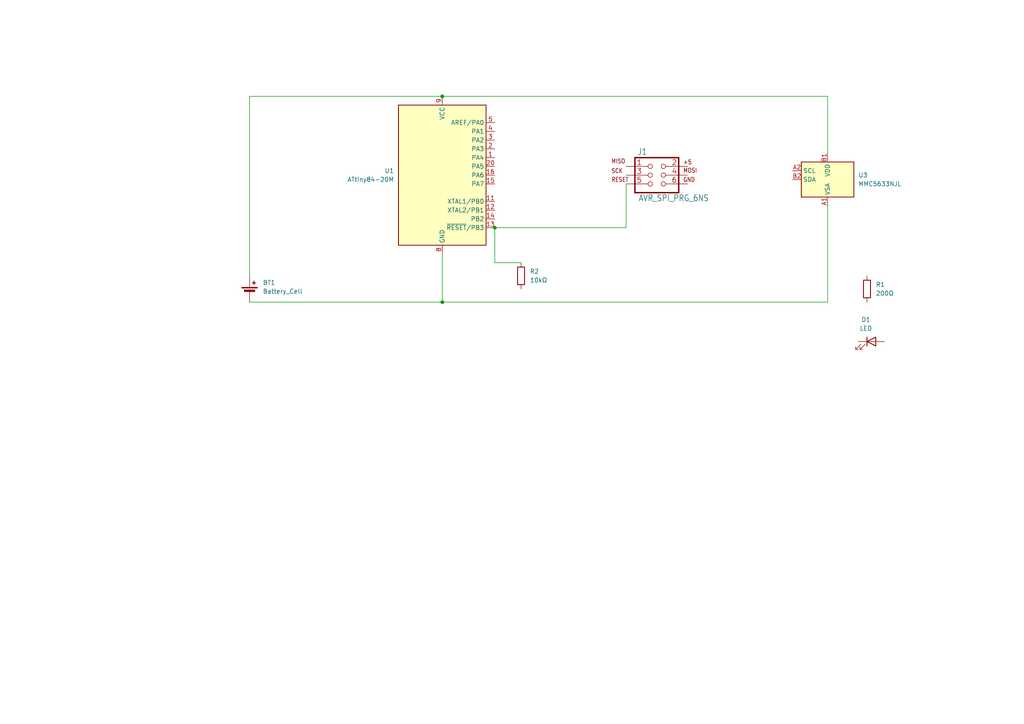
<source format=kicad_sch>
(kicad_sch (version 20250114) (generator "eeschema") (generator_version "9.0")
  (paper "A4")
  (lib_symbols
    (symbol "Device:Battery_Cell" (pin_numbers (hide yes)) (pin_names (offset 0) (hide yes))
      (property "Reference" "BT" (at 2.54 2.54 0))
      (property "Value" "Battery_Cell" (at 2.54 0 0))
      (symbol "Battery_Cell_0_1"
        (rectangle (start -2.286 1.778) (end 2.286 1.524) (fill (type outline)))
        (rectangle (start -1.524 1.016) (end 1.524 0.508) (fill (type outline)))
        (polyline (pts (xy 0 1.778) (xy 0 2.54)))
        (polyline (pts (xy 0 0.762) (xy 0 0)))
        (polyline (pts (xy 0.762 3.048) (xy 1.778 3.048)) (stroke (width 0.254)))
        (polyline (pts (xy 1.27 3.556) (xy 1.27 2.54)) (stroke (width 0.254)))
      )
      (symbol "Battery_Cell_1_1"
        (pin passive line (at 0 5.08 270) (length 2.54) (name "+") (number "1"))
        (pin passive line (at 0 -2.54 90) (length 2.54) (name "-") (number "2"))
      )
    )
    (symbol "Device:LED" (pin_numbers (hide yes)) (pin_names (offset 1.016) (hide yes))
      (property "Reference" "D" (at 0 2.54 0))
      (property "Value" "LED" (at 0 -2.54 0))
      (symbol "LED_0_1"
        (polyline (pts (xy -3.048 -0.762) (xy -4.572 -2.286) (xy -3.81 -2.286) (xy -4.572 -2.286) (xy -4.572 -1.524)))
        (polyline (pts (xy -1.778 -0.762) (xy -3.302 -2.286) (xy -2.54 -2.286) (xy -3.302 -2.286) (xy -3.302 -1.524)))
        (polyline (pts (xy -1.27 0) (xy 1.27 0)))
        (polyline (pts (xy -1.27 -1.27) (xy -1.27 1.27)) (stroke (width 0.254)))
        (polyline (pts (xy 1.27 -1.27) (xy 1.27 1.27) (xy -1.27 0) (xy 1.27 -1.27)) (stroke (width 0.254)))
      )
      (symbol "LED_1_1"
        (pin passive line (at -3.81 0 0) (length 2.54) (name "K") (number "1"))
        (pin passive line (at 3.81 0 180) (length 2.54) (name "A") (number "2"))
      )
    )
    (symbol "Device:R" (pin_numbers (hide yes)) (pin_names (offset 0))
      (property "Reference" "R" (at 2.032 0 90))
      (property "Value" "R" (at 0 0 90))
      (symbol "R_0_1"
        (rectangle (start -1.016 -2.54) (end 1.016 2.54) (stroke (width 0.254)))
      )
      (symbol "R_1_1"
        (pin passive line (at 0 3.81 270) (length 1.27) (name "~") (number "1"))
        (pin passive line (at 0 -3.81 90) (length 1.27) (name "~") (number "2"))
      )
    )
    (symbol "KeyChaininoTHT-eagle-import:AVR_SPI_PRG_6NS"
      (property "Reference" "J" (at -4.318 5.842 0))
      (symbol "AVR_SPI_PRG_6NS_1_0"
        (polyline (pts (xy -5.08 5.08) (xy -5.08 -5.08)) (stroke (width 0.4064)))
        (polyline (pts (xy -5.08 -5.08) (xy 7.62 -5.08)) (stroke (width 0.4064)))
        (polyline (pts (xy 7.62 5.08) (xy -5.08 5.08)) (stroke (width 0.4064)))
        (polyline (pts (xy 7.62 -5.08) (xy 7.62 5.08)) (stroke (width 0.4064)))
        (text "MISO" (at -11.938 3.302 0) (effects (font (size 1.27 1.0795)) (justify left bottom)))
        (text "SCK" (at -11.938 0.508 0) (effects (font (size 1.27 1.0795)) (justify left bottom)))
        (text "RESET" (at -11.938 -2.032 0) (effects (font (size 1.27 1.0795)) (justify left bottom)))
        (text "+5" (at 8.89 3.048 0) (effects (font (size 1.27 1.0795)) (justify left bottom)))
        (text "MOSI" (at 8.89 0.635 0) (effects (font (size 1.27 1.0795)) (justify left bottom)))
        (text "GND" (at 8.89 -2.032 0) (effects (font (size 1.27 1.0795)) (justify left bottom)))
        (pin passive inverted (at -7.62 2.54 0) (length 7.62) (name "1") (number "1"))
        (pin passive inverted (at -7.62 0 0) (length 7.62) (name "3") (number "3"))
        (pin passive inverted (at -7.62 -2.54 0) (length 7.62) (name "5") (number "5"))
        (pin passive inverted (at 10.16 2.54 180) (length 7.62) (name "2") (number "2"))
        (pin passive inverted (at 10.16 0 180) (length 7.62) (name "4") (number "4"))
        (pin passive inverted (at 10.16 -2.54 180) (length 7.62) (name "6") (number "6"))
      )
    )
    (symbol "MCU_Microchip_ATtiny:ATtiny84-20M"
      (property "Reference" "U" (at -12.7 21.59 0))
      (property "Value" "ATtiny84-20M" (at 2.54 -21.59 0))
      (symbol "ATtiny84-20M_0_1"
        (rectangle (start -12.7 -20.32) (end 12.7 20.32) (stroke (width 0.254)) (fill (type background)))
      )
      (symbol "ATtiny84-20M_1_1"
        (pin no_connect line (at -12.7 -5.08 0) (length 2.54) (hide yes) (name "NC") (number "6"))
        (pin no_connect line (at -12.7 -7.62 0) (length 2.54) (hide yes) (name "NC") (number "7"))
        (pin no_connect line (at -12.7 -10.16 0) (length 2.54) (hide yes) (name "NC") (number "10"))
        (pin no_connect line (at -12.7 -12.7 0) (length 2.54) (hide yes) (name "NC") (number "17"))
        (pin no_connect line (at -12.7 -15.24 0) (length 2.54) (hide yes) (name "NC") (number "18"))
        (pin no_connect line (at -12.7 -17.78 0) (length 2.54) (hide yes) (name "NC") (number "19"))
        (pin power_in line (at 0 22.86 270) (length 2.54) (name "VCC") (number "9"))
        (pin passive line (at 0 -22.86 90) (length 2.54) (hide yes) (name "GND") (number "21"))
        (pin power_in line (at 0 -22.86 90) (length 2.54) (name "GND") (number "8"))
        (pin bidirectional line (at 15.24 15.24 180) (length 2.54) (name "AREF/PA0") (number "5"))
        (pin bidirectional line (at 15.24 12.7 180) (length 2.54) (name "PA1") (number "4"))
        (pin bidirectional line (at 15.24 10.16 180) (length 2.54) (name "PA2") (number "3"))
        (pin bidirectional line (at 15.24 7.62 180) (length 2.54) (name "PA3") (number "2"))
        (pin bidirectional line (at 15.24 5.08 180) (length 2.54) (name "PA4") (number "1"))
        (pin bidirectional line (at 15.24 2.54 180) (length 2.54) (name "PA5") (number "20"))
        (pin bidirectional line (at 15.24 0 180) (length 2.54) (name "PA6") (number "16"))
        (pin bidirectional line (at 15.24 -2.54 180) (length 2.54) (name "PA7") (number "15"))
        (pin bidirectional line (at 15.24 -7.62 180) (length 2.54) (name "XTAL1/PB0") (number "11"))
        (pin bidirectional line (at 15.24 -10.16 180) (length 2.54) (name "XTAL2/PB1") (number "12"))
        (pin bidirectional line (at 15.24 -12.7 180) (length 2.54) (name "PB2") (number "14"))
        (pin bidirectional line (at 15.24 -15.24 180) (length 2.54) (name "~{RESET}/PB3") (number "13"))
      )
    )
    (symbol "Sensor_Magnetic:MMC5633NJL"
      (property "Reference" "U" (at -2.54 8.255 0))
      (property "Value" "MMC5633NJL" (at -2.54 6.35 0))
      (symbol "MMC5633NJL_0_1"
        (rectangle (start -7.62 -5.08) (end 7.62 5.08) (stroke (width 0.254)) (fill (type background)))
      )
      (symbol "MMC5633NJL_1_1"
        (pin input line (at -10.16 2.54 0) (length 2.54) (name "SCL") (number "A2"))
        (pin bidirectional line (at -10.16 0 0) (length 2.54) (name "SDA") (number "B2"))
        (pin power_in line (at 0 7.62 270) (length 2.54) (name "VDD") (number "B1"))
        (pin power_in line (at 0 -7.62 90) (length 2.54) (name "VSA") (number "A1"))
      )
    )
  )
  (junction (at 128.27 27.94))
  (junction (at 143.51 66.04))
  (junction (at 128.27 87.63))
  (wire (pts (xy 240.03 27.94) (xy 240.03 44.45)))
  (wire (pts (xy 128.27 87.63) (xy 128.27 73.66)))
  (wire (pts (xy 72.39 80.01) (xy 72.39 27.94)))
  (wire (pts (xy 143.51 66.04) (xy 143.51 76.2)))
  (wire (pts (xy 72.39 87.63) (xy 128.27 87.63)))
  (wire (pts (xy 143.51 76.2) (xy 151.13 76.2)))
  (wire (pts (xy 128.27 27.94) (xy 240.03 27.94)))
  (wire (pts (xy 143.51 66.04) (xy 181.61 66.04)))
  (wire (pts (xy 240.03 87.63) (xy 128.27 87.63)))
  (wire (pts (xy 72.39 27.94) (xy 128.27 27.94)))
  (wire (pts (xy 240.03 59.69) (xy 240.03 87.63)))
  (wire (pts (xy 181.61 66.04) (xy 181.61 53.34)))
  (symbol (lib_id "Device:R") (at 251.46 83.82 0) (unit 1)
    (property "Reference" "R1" (at 254 82.5499 0) (effects (justify left)))
    (property "Value" "200Ω" (at 254 85.0899 0) (effects (justify left)))
    (property "Description" "Resistor" (effects (hide yes)))
  )
  (symbol (lib_id "MCU_Microchip_ATtiny:ATtiny84-20M") (at 128.27 50.8 0) (unit 1)
    (property "Reference" "U1" (at 114.3 49.5299 0) (effects (justify right)))
    (property "Value" "ATtiny84-20M" (at 114.3 52.0699 0) (effects (justify right)))
    (property "Footprint" "Package_DFN_QFN:QFN-20-1EP_4x4mm_P0.5mm_EP2.6x2.6mm" (effects (hide yes)))
    (property "Datasheet" "http://ww1.microchip.com/downloads/en/DeviceDoc/doc8006.pdf" (effects (hide yes)))
    (property "Description" "20MHz, 8kB Flash, 512B SRAM, 512B EEPROM, debugWIRE, QFN-20" (effects (hide yes)))
  )
  (symbol (lib_id "Device:R") (at 151.13 80.01 0) (unit 1)
    (property "Reference" "R2" (at 153.67 78.7399 0) (effects (justify left)))
    (property "Value" "10kΩ" (at 153.67 81.2799 0) (effects (justify left)))
    (property "Description" "Resistor" (effects (hide yes)))
  )
  (symbol (lib_id "Device:Battery_Cell") (at 72.39 85.09 0) (unit 1)
    (property "Reference" "BT1" (at 76.2 81.9784 0) (effects (justify left)))
    (property "Value" "Battery_Cell" (at 76.2 84.5184 0) (effects (justify left)))
    (property "Description" "Single-cell battery" (effects (hide yes)))
  )
  (symbol (lib_id "KeyChaininoTHT-eagle-import:AVR_SPI_PRG_6NS") (at 189.23 50.8 0) (unit 1)
    (property "Reference" "J1" (at 184.912 44.958 0) (effects (font (size 1.778 1.5113)) (justify left bottom)))
    (property "Value" "AVR_SPI_PRG_6NS" (at 185.166 58.42 0) (effects (font (size 1.778 1.5113)) (justify left bottom)))
    (property "Footprint" "Custom Library:2X3-NS" (effects (hide yes)))
  )
  (symbol (lib_id "Sensor_Magnetic:MMC5633NJL") (at 240.03 52.07 0) (unit 1)
    (property "Reference" "U3" (at 248.92 50.7999 0) (effects (justify left)))
    (property "Value" "MMC5633NJL" (at 248.92 53.3399 0) (effects (justify left)))
    (property "Footprint" "Package_BGA:WLP-4_0.86x0.86mm_P0.4mm" (effects (hide yes)))
    (property "Datasheet" "http://www.memsic.com/uploadfiles/2020/08/20200827165106864.pdf" (effects (hide yes)))
    (property "Description" "3-axis AMR Magnetometer, 30 G, I2C & I3C  Interface, 2mG RMS, WLP-4" (effects (hide yes)))
  )
  (symbol (lib_id "Device:LED") (at 252.73 99.06 0) (unit 1)
    (property "Reference" "D1" (at 251.1425 92.71 0))
    (property "Value" "LED" (at 251.1425 95.25 0))
    (property "Footprint" "LED_SMD:LED_0805_2012Metric_Pad1.15x1.40mm_HandSolder" (effects (hide yes)))
    (property "Description" "Light emitting diode" (effects (hide yes)))
    (property "Sim.Pins" "1=K 2=A" (effects (hide yes)))
  )
)
</source>
